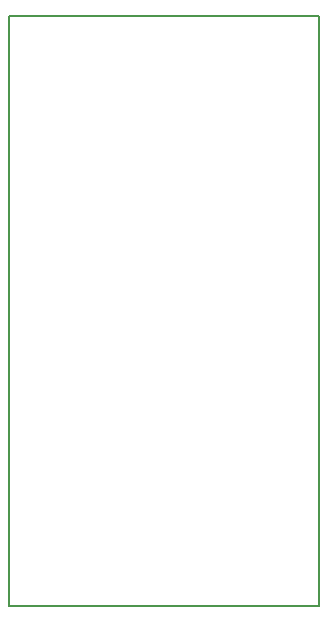
<source format=gbr>
G04 DipTrace 3.0.0.1*
G04 BoardOutline.gbr*
%MOIN*%
G04 #@! TF.FileFunction,Profile*
G04 #@! TF.Part,Single*
%ADD11C,0.006*%
%FSLAX26Y26*%
G04*
G70*
G90*
G75*
G01*
G04 BoardOutline*
%LPD*%
X393701Y393701D2*
D11*
X1429134D1*
Y2362205D1*
X393701D1*
Y393701D1*
M02*

</source>
